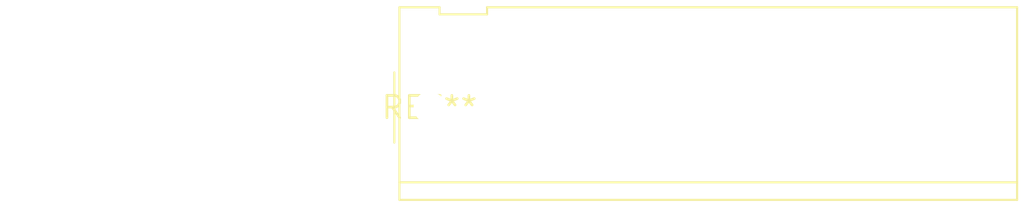
<source format=kicad_pcb>
(kicad_pcb (version 20240108) (generator pcbnew)
  (layers (0 "F.Cu" signal) (31 "B.Cu" signal) (34 "B.Paste" user) (35 "F.Paste" user) (36 "B.SilkS" user "B.Silkscreen") (37 "F.SilkS" user "F.Silkscreen") (38 "B.Mask" user) (39 "F.Mask" user) (44 "Edge.Cuts" user))
  (net 0 "")
  (footprint "Molex_KK-396_5273-09A_1x09_P3.96mm_Vertical" (layer "F.Cu") (at 0 0)
    (property "Reference" "REF**")
    (property "Value" "Molex_KK-396_5273-09A_1x09_P3.96mm_Vertical")
    (fp_line (start -2 -2) (end -2 2) (layer "F.SilkS") (stroke (width 0.12)))
    (fp_line (start -1.71 -5.71) (end 0.57 -5.71) (layer "F.SilkS") (stroke (width 0.12)))
    (fp_line (start -1.71 4.26) (end -1.71 -5.71) (layer "F.SilkS") (stroke (width 0.12)))
    (fp_line (start -1.71 4.26) (end 33.39 4.26) (layer "F.SilkS") (stroke (width 0.12)))
    (fp_line (start -1.71 5.26) (end -1.71 4.26) (layer "F.SilkS") (stroke (width 0.12)))
    (fp_line (start 0.57 -5.71) (end 0.57 -5.31) (layer "F.SilkS") (stroke (width 0.12)))
    (fp_line (start 0.57 -5.31) (end 3.27 -5.31) (layer "F.SilkS") (stroke (width 0.12)))
    (fp_line (start 3.27 -5.71) (end 33.39 -5.71) (layer "F.SilkS") (stroke (width 0.12)))
    (fp_line (start 3.27 -5.31) (end 3.27 -5.71) (layer "F.SilkS") (stroke (width 0.12)))
    (fp_line (start 33.39 -5.71) (end 33.39 5.26) (layer "F.SilkS") (stroke (width 0.12)))
    (fp_line (start 33.39 5.26) (end -1.71 5.26) (layer "F.SilkS") (stroke (width 0.12)))
    (pad "1" thru_hole roundrect (at 0 0) (size 3.16 4.2) (drill 1.8) (layers *.Cu *.Mask) (remove_unused_layers) (roundrect_rratio 0.079114))
    (pad "2" thru_hole oval (at 3.96 0) (size 3.16 4.2) (drill 1.8) (layers *.Cu *.Mask) (remove_unused_layers))
    (pad "3" thru_hole oval (at 7.92 0) (size 3.16 4.2) (drill 1.8) (layers *.Cu *.Mask) (remove_unused_layers))
    (pad "4" thru_hole oval (at 11.88 0) (size 3.16 4.2) (drill 1.8) (layers *.Cu *.Mask) (remove_unused_layers))
    (pad "5" thru_hole oval (at 15.84 0) (size 3.16 4.2) (drill 1.8) (layers *.Cu *.Mask) (remove_unused_layers))
    (pad "6" thru_hole oval (at 19.8 0) (size 3.16 4.2) (drill 1.8) (layers *.Cu *.Mask) (remove_unused_layers))
    (pad "7" thru_hole oval (at 23.76 0) (size 3.16 4.2) (drill 1.8) (layers *.Cu *.Mask) (remove_unused_layers))
    (pad "8" thru_hole oval (at 27.72 0) (size 3.16 4.2) (drill 1.8) (layers *.Cu *.Mask) (remove_unused_layers))
    (pad "9" thru_hole oval (at 31.68 0) (size 3.16 4.2) (drill 1.8) (layers *.Cu *.Mask) (remove_unused_layers))
  )
)
</source>
